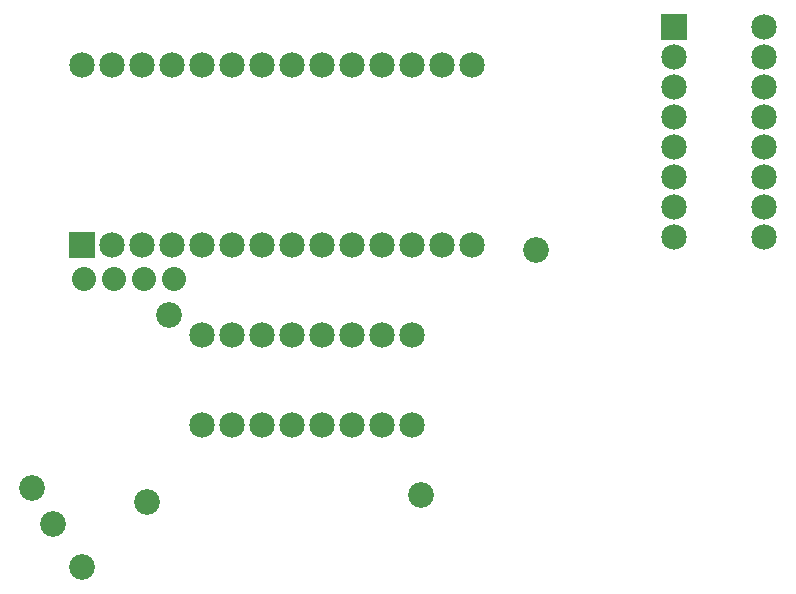
<source format=gbs>
G04 MADE WITH FRITZING*
G04 WWW.FRITZING.ORG*
G04 DOUBLE SIDED*
G04 HOLES PLATED*
G04 CONTOUR ON CENTER OF CONTOUR VECTOR*
%ASAXBY*%
%FSLAX23Y23*%
%MOIN*%
%OFA0B0*%
%SFA1.0B1.0*%
%ADD10C,0.080000*%
%ADD11C,0.085433*%
%ADD12C,0.085000*%
%ADD13R,0.085000X0.085000*%
%ADD14C,0.030000*%
%LNMASK0*%
G90*
G70*
G54D10*
X742Y1217D03*
X642Y1217D03*
X942Y1217D03*
X842Y1217D03*
G54D11*
X924Y1096D03*
X852Y472D03*
X540Y400D03*
X636Y256D03*
X1764Y496D03*
X2148Y1312D03*
X468Y520D03*
G54D12*
X634Y1328D03*
X634Y1928D03*
X734Y1328D03*
X734Y1928D03*
X834Y1328D03*
X834Y1928D03*
X934Y1328D03*
X934Y1928D03*
X1034Y1328D03*
X1034Y1928D03*
X1134Y1328D03*
X1134Y1928D03*
X1234Y1328D03*
X1234Y1928D03*
X1334Y1328D03*
X1334Y1928D03*
X1434Y1328D03*
X1434Y1928D03*
X1534Y1328D03*
X1534Y1928D03*
X1634Y1328D03*
X1634Y1928D03*
X1734Y1328D03*
X1734Y1928D03*
X1834Y1328D03*
X1834Y1928D03*
X1934Y1328D03*
X1934Y1928D03*
X1734Y1028D03*
X1734Y728D03*
X1634Y1028D03*
X1634Y728D03*
X1534Y1028D03*
X1534Y728D03*
X1434Y1028D03*
X1434Y728D03*
X1334Y1028D03*
X1334Y728D03*
X1234Y1028D03*
X1234Y728D03*
X1134Y1028D03*
X1134Y728D03*
X1034Y1028D03*
X1034Y728D03*
X2610Y2057D03*
X2910Y2057D03*
X2610Y1957D03*
X2910Y1957D03*
X2610Y1857D03*
X2910Y1857D03*
X2610Y1757D03*
X2910Y1757D03*
X2610Y1657D03*
X2910Y1657D03*
X2610Y1557D03*
X2910Y1557D03*
X2610Y1457D03*
X2910Y1457D03*
X2610Y1357D03*
X2910Y1357D03*
G54D13*
X634Y1328D03*
X2610Y2057D03*
G54D14*
G36*
X1761Y1000D02*
X1706Y1000D01*
X1706Y1055D01*
X1761Y1055D01*
X1761Y1000D01*
G37*
D02*
G04 End of Mask0*
M02*
</source>
